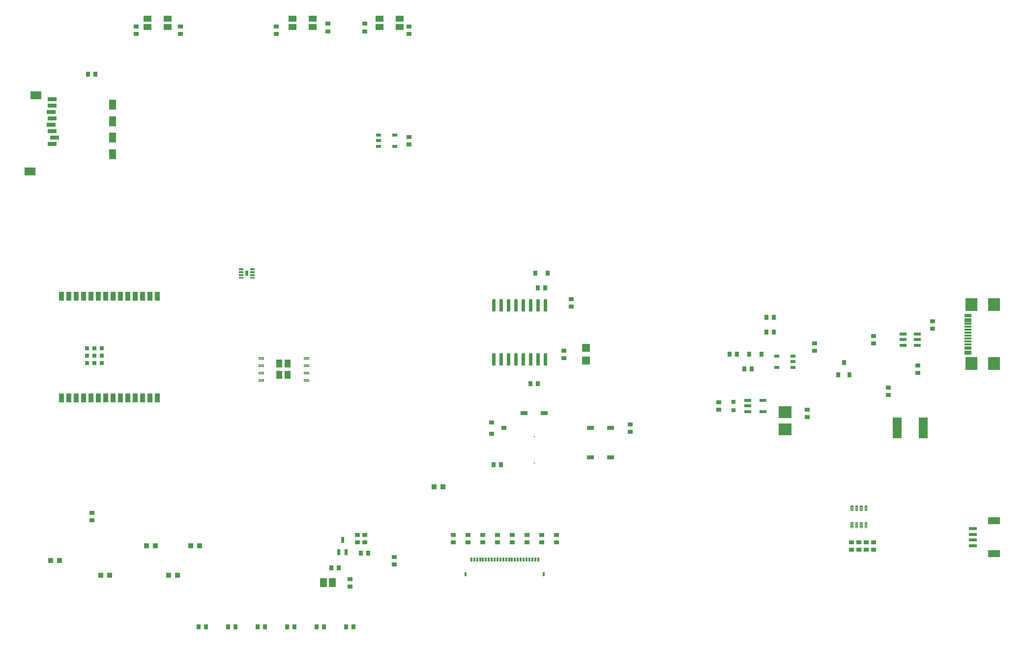
<source format=gbr>
G04 EAGLE Gerber RS-274X export*
G75*
%MOMM*%
%FSLAX34Y34*%
%LPD*%
%INSolderpaste Top*%
%IPPOS*%
%AMOC8*
5,1,8,0,0,1.08239X$1,22.5*%
G01*
G04 Define Apertures*
%ADD10R,1.400000X1.050000*%
%ADD11R,0.900000X0.700000*%
%ADD12R,1.400000X1.400000*%
%ADD13R,0.700000X0.900000*%
%ADD14R,2.200000X2.000000*%
%ADD15R,0.800000X0.800000*%
%ADD16R,1.200000X0.600000*%
%ADD17R,0.970000X0.940000*%
%ADD18R,0.800000X0.900000*%
%ADD19R,1.150000X0.800000*%
%ADD20R,0.900000X0.600000*%
%ADD21R,0.300000X0.800000*%
%ADD22R,0.400000X0.800000*%
%ADD23R,1.150000X0.300000*%
%ADD24R,2.000000X2.180000*%
%ADD25R,2.000000X1.200000*%
%ADD26R,1.350000X0.600000*%
%ADD27R,1.200000X1.800000*%
%ADD28R,1.900000X1.400000*%
%ADD29R,1.500000X0.700000*%
%ADD30R,0.127000X0.127000*%
%ADD31R,1.200000X0.550000*%
%ADD32R,1.500000X3.600000*%
%ADD33R,0.900000X0.800000*%
%ADD34R,0.500000X1.050000*%
%ADD35C,0.125000*%
%ADD36R,1.168400X1.600200*%
%ADD37R,1.010000X1.460000*%
%ADD38C,0.110000*%
%ADD39R,0.900000X1.500000*%
%ADD40C,0.147500*%
%ADD41R,0.560000X0.820000*%
%ADD42C,0.067500*%
D10*
X657500Y1087000D03*
X622500Y1087000D03*
X622500Y1072000D03*
X657500Y1072000D03*
D11*
X1460500Y171300D03*
X1460500Y184300D03*
X533400Y1077778D03*
X533400Y1064778D03*
D12*
X977900Y497000D03*
X977900Y519000D03*
D13*
X1225400Y508000D03*
X1238400Y508000D03*
X1288900Y571500D03*
X1301900Y571500D03*
X1288900Y546100D03*
X1301900Y546100D03*
D11*
X1447800Y171300D03*
X1447800Y184300D03*
X1358900Y412900D03*
X1358900Y399900D03*
D14*
X1320800Y408700D03*
X1320800Y378700D03*
D11*
X596900Y184000D03*
X596900Y197000D03*
X1549400Y476100D03*
X1549400Y489100D03*
X279400Y1060300D03*
X279400Y1073300D03*
X1498600Y438000D03*
X1498600Y451000D03*
X673100Y1073300D03*
X673100Y1060300D03*
X584200Y184000D03*
X584200Y197000D03*
X952500Y590400D03*
X952500Y603400D03*
D13*
X120500Y990600D03*
X133500Y990600D03*
D10*
X507500Y1087000D03*
X472500Y1087000D03*
X472500Y1072000D03*
X507500Y1072000D03*
D15*
X1231900Y411600D03*
X1231900Y426600D03*
D11*
X673100Y882800D03*
X673100Y869800D03*
D16*
X1549200Y523900D03*
X1549200Y533400D03*
X1549200Y542900D03*
X1524200Y542900D03*
X1524200Y533400D03*
X1524200Y523900D03*
D17*
X56000Y152400D03*
X71000Y152400D03*
X142772Y127000D03*
X157772Y127000D03*
X716400Y279400D03*
X731400Y279400D03*
D18*
X1259500Y508000D03*
X1280500Y508000D03*
D19*
X985800Y330200D03*
X1020800Y330200D03*
X1020800Y381000D03*
X985800Y381000D03*
X906500Y406400D03*
X871500Y406400D03*
D17*
X297300Y177800D03*
X312300Y177800D03*
D18*
X891200Y647700D03*
X912200Y647700D03*
D17*
X221100Y177800D03*
X236100Y177800D03*
X259200Y127000D03*
X274200Y127000D03*
D11*
X927100Y184000D03*
X927100Y197000D03*
X774700Y184000D03*
X774700Y197000D03*
X1054100Y387500D03*
X1054100Y374500D03*
X749300Y184000D03*
X749300Y197000D03*
X901700Y184000D03*
X901700Y197000D03*
X647700Y158900D03*
X647700Y145900D03*
X876300Y184000D03*
X876300Y197000D03*
X850900Y184000D03*
X850900Y197000D03*
X825500Y184000D03*
X825500Y197000D03*
X800100Y184000D03*
X800100Y197000D03*
D20*
X621000Y885800D03*
X621000Y876300D03*
X621000Y866800D03*
X649000Y866800D03*
X649000Y885800D03*
X1334800Y485800D03*
X1334800Y495300D03*
X1334800Y504800D03*
X1306800Y504800D03*
X1306800Y485800D03*
D21*
X895700Y154200D03*
X890700Y154200D03*
X885700Y154200D03*
X880700Y154200D03*
X875700Y154200D03*
X870700Y154200D03*
X865700Y154200D03*
X860700Y154200D03*
X855700Y154200D03*
X850700Y154200D03*
X845700Y154200D03*
X840700Y154200D03*
X835700Y154200D03*
X830700Y154200D03*
X825700Y154200D03*
X820700Y154200D03*
X815700Y154200D03*
X810700Y154200D03*
X805700Y154200D03*
X800700Y154200D03*
X795700Y154200D03*
X790700Y154200D03*
X785700Y154200D03*
X780700Y154200D03*
D22*
X905700Y129200D03*
X770700Y129200D03*
D23*
X1636028Y509500D03*
X1636028Y517500D03*
X1636028Y530500D03*
X1636028Y540500D03*
X1636028Y545500D03*
X1636028Y555500D03*
X1636028Y568500D03*
X1636028Y576500D03*
X1636028Y573500D03*
X1636028Y565500D03*
X1636028Y560500D03*
X1636028Y550500D03*
X1636028Y535500D03*
X1636028Y525500D03*
X1636028Y520500D03*
X1636028Y512500D03*
D24*
X1681078Y491900D03*
X1681078Y594100D03*
X1641778Y491900D03*
X1641778Y594100D03*
D25*
X1681078Y165000D03*
X1681078Y221000D03*
D26*
X1644328Y178000D03*
X1644328Y188000D03*
X1644328Y198000D03*
X1644328Y208000D03*
D27*
X162922Y853000D03*
X162922Y910000D03*
D28*
X20422Y823000D03*
X30422Y954500D03*
D29*
X58922Y871000D03*
X62922Y882000D03*
X58922Y893000D03*
X56922Y904000D03*
X58922Y915000D03*
X56922Y926000D03*
X58922Y937000D03*
X58922Y948000D03*
D27*
X162922Y881500D03*
X162922Y938500D03*
D30*
X889000Y365760D03*
X889000Y320040D03*
D31*
X1256999Y428600D03*
X1256999Y419100D03*
X1256999Y409600D03*
X1283001Y409600D03*
X1283001Y428600D03*
D32*
X1559200Y381000D03*
X1514200Y381000D03*
D18*
X1412900Y472600D03*
X1431900Y472600D03*
X1422400Y493600D03*
D33*
X815500Y390500D03*
X815500Y371500D03*
X836500Y381000D03*
D34*
X552300Y167300D03*
X565300Y167300D03*
X558800Y188300D03*
D11*
X127000Y222100D03*
X127000Y235100D03*
D13*
X565000Y38100D03*
X578000Y38100D03*
D11*
X1206500Y412600D03*
X1206500Y425600D03*
X1473200Y171300D03*
X1473200Y184300D03*
X939800Y501500D03*
X939800Y514500D03*
D13*
X1263800Y482600D03*
X1250800Y482600D03*
D11*
X571500Y107800D03*
X571500Y120800D03*
X1435100Y184300D03*
X1435100Y171300D03*
D13*
X882500Y457200D03*
X895500Y457200D03*
D11*
X1574800Y552300D03*
X1574800Y565300D03*
X1473200Y526900D03*
X1473200Y539900D03*
X1371600Y514200D03*
X1371600Y527200D03*
D13*
X539600Y139700D03*
X552600Y139700D03*
X590400Y165100D03*
X603400Y165100D03*
X514200Y38100D03*
X527200Y38100D03*
X463400Y38100D03*
X476400Y38100D03*
X412600Y38100D03*
X425600Y38100D03*
X361800Y38100D03*
X374800Y38100D03*
X311000Y38100D03*
X324000Y38100D03*
D10*
X257500Y1087000D03*
X222500Y1087000D03*
X222500Y1072000D03*
X257500Y1072000D03*
D11*
X596900Y1064778D03*
X596900Y1077778D03*
D13*
X895200Y622300D03*
X908200Y622300D03*
D11*
X444500Y1060300D03*
X444500Y1073300D03*
D13*
X832000Y317500D03*
X819000Y317500D03*
D11*
X203200Y1060300D03*
X203200Y1073300D03*
D35*
X1437675Y247635D02*
X1437675Y238725D01*
X1433925Y238725D01*
X1433925Y247635D01*
X1437675Y247635D01*
X1437675Y239912D02*
X1433925Y239912D01*
X1433925Y241099D02*
X1437675Y241099D01*
X1437675Y242286D02*
X1433925Y242286D01*
X1433925Y243473D02*
X1437675Y243473D01*
X1437675Y244660D02*
X1433925Y244660D01*
X1433925Y245847D02*
X1437675Y245847D01*
X1437675Y247034D02*
X1433925Y247034D01*
X1445675Y247635D02*
X1445675Y238725D01*
X1441925Y238725D01*
X1441925Y247635D01*
X1445675Y247635D01*
X1445675Y239912D02*
X1441925Y239912D01*
X1441925Y241099D02*
X1445675Y241099D01*
X1445675Y242286D02*
X1441925Y242286D01*
X1441925Y243473D02*
X1445675Y243473D01*
X1445675Y244660D02*
X1441925Y244660D01*
X1441925Y245847D02*
X1445675Y245847D01*
X1445675Y247034D02*
X1441925Y247034D01*
X1453675Y247635D02*
X1453675Y238725D01*
X1449925Y238725D01*
X1449925Y247635D01*
X1453675Y247635D01*
X1453675Y239912D02*
X1449925Y239912D01*
X1449925Y241099D02*
X1453675Y241099D01*
X1453675Y242286D02*
X1449925Y242286D01*
X1449925Y243473D02*
X1453675Y243473D01*
X1453675Y244660D02*
X1449925Y244660D01*
X1449925Y245847D02*
X1453675Y245847D01*
X1453675Y247034D02*
X1449925Y247034D01*
X1461675Y247635D02*
X1461675Y238725D01*
X1457925Y238725D01*
X1457925Y247635D01*
X1461675Y247635D01*
X1461675Y239912D02*
X1457925Y239912D01*
X1457925Y241099D02*
X1461675Y241099D01*
X1461675Y242286D02*
X1457925Y242286D01*
X1457925Y243473D02*
X1461675Y243473D01*
X1461675Y244660D02*
X1457925Y244660D01*
X1457925Y245847D02*
X1461675Y245847D01*
X1461675Y247034D02*
X1457925Y247034D01*
X1461875Y218475D02*
X1461875Y209565D01*
X1458125Y209565D01*
X1458125Y218475D01*
X1461875Y218475D01*
X1461875Y210752D02*
X1458125Y210752D01*
X1458125Y211939D02*
X1461875Y211939D01*
X1461875Y213126D02*
X1458125Y213126D01*
X1458125Y214313D02*
X1461875Y214313D01*
X1461875Y215500D02*
X1458125Y215500D01*
X1458125Y216687D02*
X1461875Y216687D01*
X1461875Y217874D02*
X1458125Y217874D01*
X1453675Y218475D02*
X1453675Y209565D01*
X1449925Y209565D01*
X1449925Y218475D01*
X1453675Y218475D01*
X1453675Y210752D02*
X1449925Y210752D01*
X1449925Y211939D02*
X1453675Y211939D01*
X1453675Y213126D02*
X1449925Y213126D01*
X1449925Y214313D02*
X1453675Y214313D01*
X1453675Y215500D02*
X1449925Y215500D01*
X1449925Y216687D02*
X1453675Y216687D01*
X1453675Y217874D02*
X1449925Y217874D01*
X1445675Y218475D02*
X1445675Y209565D01*
X1441925Y209565D01*
X1441925Y218475D01*
X1445675Y218475D01*
X1445675Y210752D02*
X1441925Y210752D01*
X1441925Y211939D02*
X1445675Y211939D01*
X1445675Y213126D02*
X1441925Y213126D01*
X1441925Y214313D02*
X1445675Y214313D01*
X1445675Y215500D02*
X1441925Y215500D01*
X1441925Y216687D02*
X1445675Y216687D01*
X1445675Y217874D02*
X1441925Y217874D01*
X1437675Y218475D02*
X1437675Y209565D01*
X1433925Y209565D01*
X1433925Y218475D01*
X1437675Y218475D01*
X1437675Y210752D02*
X1433925Y210752D01*
X1433925Y211939D02*
X1437675Y211939D01*
X1437675Y213126D02*
X1433925Y213126D01*
X1433925Y214313D02*
X1437675Y214313D01*
X1437675Y215500D02*
X1433925Y215500D01*
X1433925Y216687D02*
X1437675Y216687D01*
X1437675Y217874D02*
X1433925Y217874D01*
D36*
X525780Y114300D03*
X541020Y114300D03*
D37*
X449850Y492200D03*
X464550Y492200D03*
X449850Y473000D03*
X464550Y473000D03*
D38*
X422400Y500000D02*
X414100Y500000D01*
X414100Y503300D01*
X422400Y503300D01*
X422400Y500000D01*
X422400Y501045D02*
X414100Y501045D01*
X414100Y502090D02*
X422400Y502090D01*
X422400Y503135D02*
X414100Y503135D01*
X414100Y487300D02*
X422400Y487300D01*
X414100Y487300D02*
X414100Y490600D01*
X422400Y490600D01*
X422400Y487300D01*
X422400Y488345D02*
X414100Y488345D01*
X414100Y489390D02*
X422400Y489390D01*
X422400Y490435D02*
X414100Y490435D01*
X414100Y474600D02*
X422400Y474600D01*
X414100Y474600D02*
X414100Y477900D01*
X422400Y477900D01*
X422400Y474600D01*
X422400Y475645D02*
X414100Y475645D01*
X414100Y476690D02*
X422400Y476690D01*
X422400Y477735D02*
X414100Y477735D01*
X414100Y461900D02*
X422400Y461900D01*
X414100Y461900D02*
X414100Y465200D01*
X422400Y465200D01*
X422400Y461900D01*
X422400Y462945D02*
X414100Y462945D01*
X414100Y463990D02*
X422400Y463990D01*
X422400Y465035D02*
X414100Y465035D01*
X492000Y461900D02*
X500300Y461900D01*
X492000Y461900D02*
X492000Y465200D01*
X500300Y465200D01*
X500300Y461900D01*
X500300Y462945D02*
X492000Y462945D01*
X492000Y463990D02*
X500300Y463990D01*
X500300Y465035D02*
X492000Y465035D01*
X492000Y474600D02*
X500300Y474600D01*
X492000Y474600D02*
X492000Y477900D01*
X500300Y477900D01*
X500300Y474600D01*
X500300Y475645D02*
X492000Y475645D01*
X492000Y476690D02*
X500300Y476690D01*
X500300Y477735D02*
X492000Y477735D01*
X492000Y487300D02*
X500300Y487300D01*
X492000Y487300D02*
X492000Y490600D01*
X500300Y490600D01*
X500300Y487300D01*
X500300Y488345D02*
X492000Y488345D01*
X492000Y489390D02*
X500300Y489390D01*
X500300Y490435D02*
X492000Y490435D01*
X492000Y500000D02*
X500300Y500000D01*
X492000Y500000D02*
X492000Y503300D01*
X500300Y503300D01*
X500300Y500000D01*
X500300Y501045D02*
X492000Y501045D01*
X492000Y502090D02*
X500300Y502090D01*
X500300Y503135D02*
X492000Y503135D01*
D39*
X74400Y433200D03*
X87100Y433200D03*
X99800Y433200D03*
X112500Y433200D03*
X125200Y433200D03*
X137900Y433200D03*
X150600Y433200D03*
X163300Y433200D03*
X176000Y433200D03*
X188700Y433200D03*
X201400Y433200D03*
X214100Y433200D03*
X226800Y433200D03*
X239500Y433200D03*
X239500Y608200D03*
X226800Y608200D03*
X214100Y608200D03*
X201400Y608200D03*
X188700Y608200D03*
X176000Y608200D03*
X163300Y608200D03*
X150600Y608200D03*
X137900Y608200D03*
X125200Y608200D03*
X112500Y608200D03*
X99800Y608200D03*
X87100Y608200D03*
X74400Y608200D03*
D15*
X131600Y505650D03*
X119100Y493150D03*
X119100Y505650D03*
X119100Y518150D03*
X131600Y493150D03*
X131600Y518150D03*
X144100Y493150D03*
X144100Y505650D03*
X144100Y518150D03*
D40*
X905837Y583137D02*
X905837Y602163D01*
X910263Y602163D01*
X910263Y583137D01*
X905837Y583137D01*
X905837Y584538D02*
X910263Y584538D01*
X910263Y585939D02*
X905837Y585939D01*
X905837Y587340D02*
X910263Y587340D01*
X910263Y588741D02*
X905837Y588741D01*
X905837Y590142D02*
X910263Y590142D01*
X910263Y591543D02*
X905837Y591543D01*
X905837Y592944D02*
X910263Y592944D01*
X910263Y594345D02*
X905837Y594345D01*
X905837Y595746D02*
X910263Y595746D01*
X910263Y597147D02*
X905837Y597147D01*
X905837Y598548D02*
X910263Y598548D01*
X910263Y599949D02*
X905837Y599949D01*
X905837Y601350D02*
X910263Y601350D01*
X893137Y602163D02*
X893137Y583137D01*
X893137Y602163D02*
X897563Y602163D01*
X897563Y583137D01*
X893137Y583137D01*
X893137Y584538D02*
X897563Y584538D01*
X897563Y585939D02*
X893137Y585939D01*
X893137Y587340D02*
X897563Y587340D01*
X897563Y588741D02*
X893137Y588741D01*
X893137Y590142D02*
X897563Y590142D01*
X897563Y591543D02*
X893137Y591543D01*
X893137Y592944D02*
X897563Y592944D01*
X897563Y594345D02*
X893137Y594345D01*
X893137Y595746D02*
X897563Y595746D01*
X897563Y597147D02*
X893137Y597147D01*
X893137Y598548D02*
X897563Y598548D01*
X897563Y599949D02*
X893137Y599949D01*
X893137Y601350D02*
X897563Y601350D01*
X880437Y602163D02*
X880437Y583137D01*
X880437Y602163D02*
X884863Y602163D01*
X884863Y583137D01*
X880437Y583137D01*
X880437Y584538D02*
X884863Y584538D01*
X884863Y585939D02*
X880437Y585939D01*
X880437Y587340D02*
X884863Y587340D01*
X884863Y588741D02*
X880437Y588741D01*
X880437Y590142D02*
X884863Y590142D01*
X884863Y591543D02*
X880437Y591543D01*
X880437Y592944D02*
X884863Y592944D01*
X884863Y594345D02*
X880437Y594345D01*
X880437Y595746D02*
X884863Y595746D01*
X884863Y597147D02*
X880437Y597147D01*
X880437Y598548D02*
X884863Y598548D01*
X884863Y599949D02*
X880437Y599949D01*
X880437Y601350D02*
X884863Y601350D01*
X867737Y602163D02*
X867737Y583137D01*
X867737Y602163D02*
X872163Y602163D01*
X872163Y583137D01*
X867737Y583137D01*
X867737Y584538D02*
X872163Y584538D01*
X872163Y585939D02*
X867737Y585939D01*
X867737Y587340D02*
X872163Y587340D01*
X872163Y588741D02*
X867737Y588741D01*
X867737Y590142D02*
X872163Y590142D01*
X872163Y591543D02*
X867737Y591543D01*
X867737Y592944D02*
X872163Y592944D01*
X872163Y594345D02*
X867737Y594345D01*
X867737Y595746D02*
X872163Y595746D01*
X872163Y597147D02*
X867737Y597147D01*
X867737Y598548D02*
X872163Y598548D01*
X872163Y599949D02*
X867737Y599949D01*
X867737Y601350D02*
X872163Y601350D01*
X855037Y602163D02*
X855037Y583137D01*
X855037Y602163D02*
X859463Y602163D01*
X859463Y583137D01*
X855037Y583137D01*
X855037Y584538D02*
X859463Y584538D01*
X859463Y585939D02*
X855037Y585939D01*
X855037Y587340D02*
X859463Y587340D01*
X859463Y588741D02*
X855037Y588741D01*
X855037Y590142D02*
X859463Y590142D01*
X859463Y591543D02*
X855037Y591543D01*
X855037Y592944D02*
X859463Y592944D01*
X859463Y594345D02*
X855037Y594345D01*
X855037Y595746D02*
X859463Y595746D01*
X859463Y597147D02*
X855037Y597147D01*
X855037Y598548D02*
X859463Y598548D01*
X859463Y599949D02*
X855037Y599949D01*
X855037Y601350D02*
X859463Y601350D01*
X842337Y602163D02*
X842337Y583137D01*
X842337Y602163D02*
X846763Y602163D01*
X846763Y583137D01*
X842337Y583137D01*
X842337Y584538D02*
X846763Y584538D01*
X846763Y585939D02*
X842337Y585939D01*
X842337Y587340D02*
X846763Y587340D01*
X846763Y588741D02*
X842337Y588741D01*
X842337Y590142D02*
X846763Y590142D01*
X846763Y591543D02*
X842337Y591543D01*
X842337Y592944D02*
X846763Y592944D01*
X846763Y594345D02*
X842337Y594345D01*
X842337Y595746D02*
X846763Y595746D01*
X846763Y597147D02*
X842337Y597147D01*
X842337Y598548D02*
X846763Y598548D01*
X846763Y599949D02*
X842337Y599949D01*
X842337Y601350D02*
X846763Y601350D01*
X829637Y602163D02*
X829637Y583137D01*
X829637Y602163D02*
X834063Y602163D01*
X834063Y583137D01*
X829637Y583137D01*
X829637Y584538D02*
X834063Y584538D01*
X834063Y585939D02*
X829637Y585939D01*
X829637Y587340D02*
X834063Y587340D01*
X834063Y588741D02*
X829637Y588741D01*
X829637Y590142D02*
X834063Y590142D01*
X834063Y591543D02*
X829637Y591543D01*
X829637Y592944D02*
X834063Y592944D01*
X834063Y594345D02*
X829637Y594345D01*
X829637Y595746D02*
X834063Y595746D01*
X834063Y597147D02*
X829637Y597147D01*
X829637Y598548D02*
X834063Y598548D01*
X834063Y599949D02*
X829637Y599949D01*
X829637Y601350D02*
X834063Y601350D01*
X816937Y602163D02*
X816937Y583137D01*
X816937Y602163D02*
X821363Y602163D01*
X821363Y583137D01*
X816937Y583137D01*
X816937Y584538D02*
X821363Y584538D01*
X821363Y585939D02*
X816937Y585939D01*
X816937Y587340D02*
X821363Y587340D01*
X821363Y588741D02*
X816937Y588741D01*
X816937Y590142D02*
X821363Y590142D01*
X821363Y591543D02*
X816937Y591543D01*
X816937Y592944D02*
X821363Y592944D01*
X821363Y594345D02*
X816937Y594345D01*
X816937Y595746D02*
X821363Y595746D01*
X821363Y597147D02*
X816937Y597147D01*
X816937Y598548D02*
X821363Y598548D01*
X821363Y599949D02*
X816937Y599949D01*
X816937Y601350D02*
X821363Y601350D01*
X816937Y509063D02*
X816937Y490037D01*
X816937Y509063D02*
X821363Y509063D01*
X821363Y490037D01*
X816937Y490037D01*
X816937Y491438D02*
X821363Y491438D01*
X821363Y492839D02*
X816937Y492839D01*
X816937Y494240D02*
X821363Y494240D01*
X821363Y495641D02*
X816937Y495641D01*
X816937Y497042D02*
X821363Y497042D01*
X821363Y498443D02*
X816937Y498443D01*
X816937Y499844D02*
X821363Y499844D01*
X821363Y501245D02*
X816937Y501245D01*
X816937Y502646D02*
X821363Y502646D01*
X821363Y504047D02*
X816937Y504047D01*
X816937Y505448D02*
X821363Y505448D01*
X821363Y506849D02*
X816937Y506849D01*
X816937Y508250D02*
X821363Y508250D01*
X829637Y509063D02*
X829637Y490037D01*
X829637Y509063D02*
X834063Y509063D01*
X834063Y490037D01*
X829637Y490037D01*
X829637Y491438D02*
X834063Y491438D01*
X834063Y492839D02*
X829637Y492839D01*
X829637Y494240D02*
X834063Y494240D01*
X834063Y495641D02*
X829637Y495641D01*
X829637Y497042D02*
X834063Y497042D01*
X834063Y498443D02*
X829637Y498443D01*
X829637Y499844D02*
X834063Y499844D01*
X834063Y501245D02*
X829637Y501245D01*
X829637Y502646D02*
X834063Y502646D01*
X834063Y504047D02*
X829637Y504047D01*
X829637Y505448D02*
X834063Y505448D01*
X834063Y506849D02*
X829637Y506849D01*
X829637Y508250D02*
X834063Y508250D01*
X842337Y509063D02*
X842337Y490037D01*
X842337Y509063D02*
X846763Y509063D01*
X846763Y490037D01*
X842337Y490037D01*
X842337Y491438D02*
X846763Y491438D01*
X846763Y492839D02*
X842337Y492839D01*
X842337Y494240D02*
X846763Y494240D01*
X846763Y495641D02*
X842337Y495641D01*
X842337Y497042D02*
X846763Y497042D01*
X846763Y498443D02*
X842337Y498443D01*
X842337Y499844D02*
X846763Y499844D01*
X846763Y501245D02*
X842337Y501245D01*
X842337Y502646D02*
X846763Y502646D01*
X846763Y504047D02*
X842337Y504047D01*
X842337Y505448D02*
X846763Y505448D01*
X846763Y506849D02*
X842337Y506849D01*
X842337Y508250D02*
X846763Y508250D01*
X855037Y509063D02*
X855037Y490037D01*
X855037Y509063D02*
X859463Y509063D01*
X859463Y490037D01*
X855037Y490037D01*
X855037Y491438D02*
X859463Y491438D01*
X859463Y492839D02*
X855037Y492839D01*
X855037Y494240D02*
X859463Y494240D01*
X859463Y495641D02*
X855037Y495641D01*
X855037Y497042D02*
X859463Y497042D01*
X859463Y498443D02*
X855037Y498443D01*
X855037Y499844D02*
X859463Y499844D01*
X859463Y501245D02*
X855037Y501245D01*
X855037Y502646D02*
X859463Y502646D01*
X859463Y504047D02*
X855037Y504047D01*
X855037Y505448D02*
X859463Y505448D01*
X859463Y506849D02*
X855037Y506849D01*
X855037Y508250D02*
X859463Y508250D01*
X867737Y509063D02*
X867737Y490037D01*
X867737Y509063D02*
X872163Y509063D01*
X872163Y490037D01*
X867737Y490037D01*
X867737Y491438D02*
X872163Y491438D01*
X872163Y492839D02*
X867737Y492839D01*
X867737Y494240D02*
X872163Y494240D01*
X872163Y495641D02*
X867737Y495641D01*
X867737Y497042D02*
X872163Y497042D01*
X872163Y498443D02*
X867737Y498443D01*
X867737Y499844D02*
X872163Y499844D01*
X872163Y501245D02*
X867737Y501245D01*
X867737Y502646D02*
X872163Y502646D01*
X872163Y504047D02*
X867737Y504047D01*
X867737Y505448D02*
X872163Y505448D01*
X872163Y506849D02*
X867737Y506849D01*
X867737Y508250D02*
X872163Y508250D01*
X880437Y509063D02*
X880437Y490037D01*
X880437Y509063D02*
X884863Y509063D01*
X884863Y490037D01*
X880437Y490037D01*
X880437Y491438D02*
X884863Y491438D01*
X884863Y492839D02*
X880437Y492839D01*
X880437Y494240D02*
X884863Y494240D01*
X884863Y495641D02*
X880437Y495641D01*
X880437Y497042D02*
X884863Y497042D01*
X884863Y498443D02*
X880437Y498443D01*
X880437Y499844D02*
X884863Y499844D01*
X884863Y501245D02*
X880437Y501245D01*
X880437Y502646D02*
X884863Y502646D01*
X884863Y504047D02*
X880437Y504047D01*
X880437Y505448D02*
X884863Y505448D01*
X884863Y506849D02*
X880437Y506849D01*
X880437Y508250D02*
X884863Y508250D01*
X893137Y509063D02*
X893137Y490037D01*
X893137Y509063D02*
X897563Y509063D01*
X897563Y490037D01*
X893137Y490037D01*
X893137Y491438D02*
X897563Y491438D01*
X897563Y492839D02*
X893137Y492839D01*
X893137Y494240D02*
X897563Y494240D01*
X897563Y495641D02*
X893137Y495641D01*
X893137Y497042D02*
X897563Y497042D01*
X897563Y498443D02*
X893137Y498443D01*
X893137Y499844D02*
X897563Y499844D01*
X897563Y501245D02*
X893137Y501245D01*
X893137Y502646D02*
X897563Y502646D01*
X897563Y504047D02*
X893137Y504047D01*
X893137Y505448D02*
X897563Y505448D01*
X897563Y506849D02*
X893137Y506849D01*
X893137Y508250D02*
X897563Y508250D01*
X905837Y509063D02*
X905837Y490037D01*
X905837Y509063D02*
X910263Y509063D01*
X910263Y490037D01*
X905837Y490037D01*
X905837Y491438D02*
X910263Y491438D01*
X910263Y492839D02*
X905837Y492839D01*
X905837Y494240D02*
X910263Y494240D01*
X910263Y495641D02*
X905837Y495641D01*
X905837Y497042D02*
X910263Y497042D01*
X910263Y498443D02*
X905837Y498443D01*
X905837Y499844D02*
X910263Y499844D01*
X910263Y501245D02*
X905837Y501245D01*
X905837Y502646D02*
X910263Y502646D01*
X910263Y504047D02*
X905837Y504047D01*
X905837Y505448D02*
X910263Y505448D01*
X910263Y506849D02*
X905837Y506849D01*
X905837Y508250D02*
X910263Y508250D01*
D41*
X393700Y647700D03*
D42*
X387313Y654187D02*
X380387Y654187D01*
X380387Y656213D01*
X387313Y656213D01*
X387313Y654187D01*
X387313Y654828D02*
X380387Y654828D01*
X380387Y655469D02*
X387313Y655469D01*
X387313Y656110D02*
X380387Y656110D01*
X380387Y649187D02*
X387313Y649187D01*
X380387Y649187D02*
X380387Y651213D01*
X387313Y651213D01*
X387313Y649187D01*
X387313Y649828D02*
X380387Y649828D01*
X380387Y650469D02*
X387313Y650469D01*
X387313Y651110D02*
X380387Y651110D01*
X380387Y644187D02*
X387313Y644187D01*
X380387Y644187D02*
X380387Y646213D01*
X387313Y646213D01*
X387313Y644187D01*
X387313Y644828D02*
X380387Y644828D01*
X380387Y645469D02*
X387313Y645469D01*
X387313Y646110D02*
X380387Y646110D01*
X380387Y639187D02*
X387313Y639187D01*
X380387Y639187D02*
X380387Y641213D01*
X387313Y641213D01*
X387313Y639187D01*
X387313Y639828D02*
X380387Y639828D01*
X380387Y640469D02*
X387313Y640469D01*
X387313Y641110D02*
X380387Y641110D01*
X400087Y639187D02*
X407013Y639187D01*
X400087Y639187D02*
X400087Y641213D01*
X407013Y641213D01*
X407013Y639187D01*
X407013Y639828D02*
X400087Y639828D01*
X400087Y640469D02*
X407013Y640469D01*
X407013Y641110D02*
X400087Y641110D01*
X400087Y644187D02*
X407013Y644187D01*
X400087Y644187D02*
X400087Y646213D01*
X407013Y646213D01*
X407013Y644187D01*
X407013Y644828D02*
X400087Y644828D01*
X400087Y645469D02*
X407013Y645469D01*
X407013Y646110D02*
X400087Y646110D01*
X400087Y649187D02*
X407013Y649187D01*
X400087Y649187D02*
X400087Y651213D01*
X407013Y651213D01*
X407013Y649187D01*
X407013Y649828D02*
X400087Y649828D01*
X400087Y650469D02*
X407013Y650469D01*
X407013Y651110D02*
X400087Y651110D01*
X400087Y654187D02*
X407013Y654187D01*
X400087Y654187D02*
X400087Y656213D01*
X407013Y656213D01*
X407013Y654187D01*
X407013Y654828D02*
X400087Y654828D01*
X400087Y655469D02*
X407013Y655469D01*
X407013Y656110D02*
X400087Y656110D01*
M02*

</source>
